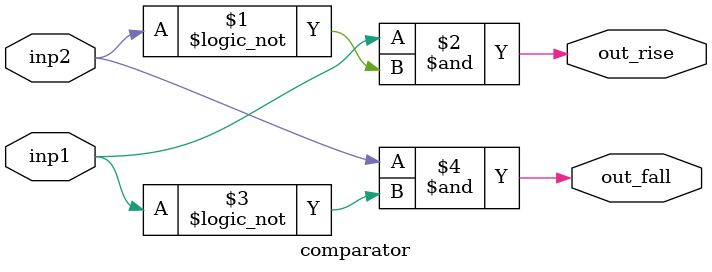
<source format=v>
`timescale 1ns / 1ps


module comparator(
    input inp1,
    input inp2,
    output out_rise,
    output out_fall
    );
    // if signal value now is equal to one and its previous value was zero its rising
    assign out_rise = inp1 & (!inp2);
     // if signal value now is equal to zero and its previous value was one its falling
    assign out_fall = inp2 & (!inp1);
endmodule

</source>
